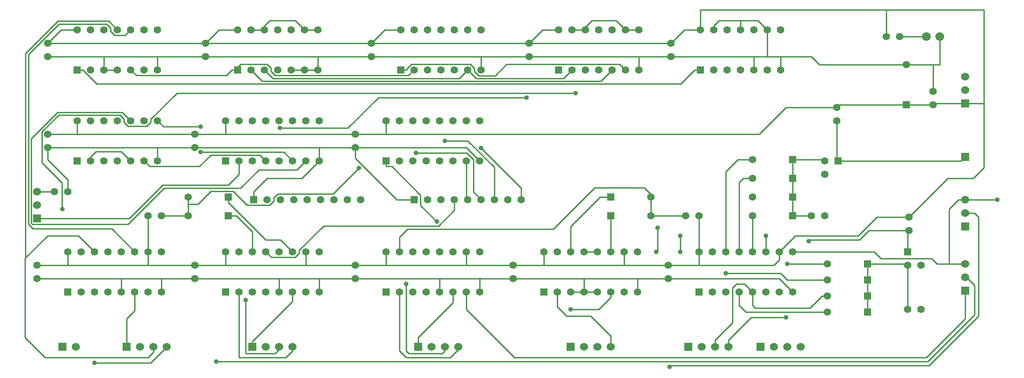
<source format=gtl>
G04 (created by PCBNEW (2013-jul-07)-stable) date Fri 23 Nov 2018 10:58:42 PM EST*
%MOIN*%
G04 Gerber Fmt 3.4, Leading zero omitted, Abs format*
%FSLAX34Y34*%
G01*
G70*
G90*
G04 APERTURE LIST*
%ADD10C,0.00590551*%
%ADD11R,0.055X0.055*%
%ADD12C,0.055*%
%ADD13R,0.06X0.06*%
%ADD14C,0.06*%
%ADD15C,0.066*%
%ADD16C,0.035*%
%ADD17C,0.01*%
G04 APERTURE END LIST*
G54D10*
G54D11*
X84500Y-46700D03*
G54D12*
X84500Y-47700D03*
X85500Y-47700D03*
G54D11*
X79300Y-39900D03*
G54D12*
X78300Y-39900D03*
X78300Y-40900D03*
G54D11*
X35600Y-42800D03*
G54D12*
X36600Y-42800D03*
X37600Y-42800D03*
X38600Y-42800D03*
X39600Y-42800D03*
X40600Y-42800D03*
X41600Y-42800D03*
X42600Y-42800D03*
X43600Y-42800D03*
G54D11*
X47600Y-42800D03*
G54D12*
X48600Y-42800D03*
X49600Y-42800D03*
X50600Y-42800D03*
X51600Y-42800D03*
X52600Y-42800D03*
X53600Y-42800D03*
X54600Y-42800D03*
X55600Y-42800D03*
X68900Y-44000D03*
X67900Y-44000D03*
X83900Y-30600D03*
X82900Y-30600D03*
X85500Y-51000D03*
X84500Y-51000D03*
X84600Y-45100D03*
X84600Y-44100D03*
X21700Y-42200D03*
X20700Y-42200D03*
X79200Y-36900D03*
X79200Y-35900D03*
X27700Y-44000D03*
X28700Y-44000D03*
X78300Y-44000D03*
X77300Y-44000D03*
G54D13*
X26100Y-53800D03*
G54D14*
X27100Y-53800D03*
X28100Y-53800D03*
X29100Y-53800D03*
G54D13*
X59300Y-53800D03*
G54D14*
X60300Y-53800D03*
X61300Y-53800D03*
X62300Y-53800D03*
G54D13*
X47900Y-53800D03*
G54D14*
X48900Y-53800D03*
X49900Y-53800D03*
X50900Y-53800D03*
G54D13*
X35500Y-53800D03*
G54D14*
X36500Y-53800D03*
X37500Y-53800D03*
X38500Y-53800D03*
G54D13*
X73500Y-53800D03*
G54D14*
X74500Y-53800D03*
X75500Y-53800D03*
X76500Y-53800D03*
G54D13*
X68100Y-53800D03*
G54D14*
X69100Y-53800D03*
X70100Y-53800D03*
X71100Y-53800D03*
G54D13*
X88800Y-49600D03*
G54D14*
X88800Y-48600D03*
X88800Y-47600D03*
G54D13*
X88800Y-35600D03*
G54D14*
X88800Y-34600D03*
X88800Y-33600D03*
G54D13*
X88800Y-44800D03*
G54D14*
X88800Y-43800D03*
X88800Y-42800D03*
G54D13*
X19400Y-44200D03*
G54D14*
X19400Y-43200D03*
X19400Y-42200D03*
G54D13*
X21300Y-53800D03*
G54D14*
X22300Y-53800D03*
G54D13*
X88800Y-39600D03*
G54D15*
X85900Y-30600D03*
X86900Y-30600D03*
G54D11*
X21700Y-49700D03*
G54D12*
X22700Y-49700D03*
X23700Y-49700D03*
X24700Y-49700D03*
X25700Y-49700D03*
X26700Y-49700D03*
X27700Y-49700D03*
X28700Y-49700D03*
X28700Y-46700D03*
X27700Y-46700D03*
X26700Y-46700D03*
X25700Y-46700D03*
X24700Y-46700D03*
X23700Y-46700D03*
X22700Y-46700D03*
X21700Y-46700D03*
G54D11*
X45500Y-49700D03*
G54D12*
X46500Y-49700D03*
X47500Y-49700D03*
X48500Y-49700D03*
X49500Y-49700D03*
X50500Y-49700D03*
X51500Y-49700D03*
X52500Y-49700D03*
X52500Y-46700D03*
X51500Y-46700D03*
X50500Y-46700D03*
X49500Y-46700D03*
X48500Y-46700D03*
X47500Y-46700D03*
X46500Y-46700D03*
X45500Y-46700D03*
G54D11*
X57300Y-49700D03*
G54D12*
X58300Y-49700D03*
X59300Y-49700D03*
X60300Y-49700D03*
X61300Y-49700D03*
X62300Y-49700D03*
X63300Y-49700D03*
X64300Y-49700D03*
X64300Y-46700D03*
X63300Y-46700D03*
X62300Y-46700D03*
X61300Y-46700D03*
X60300Y-46700D03*
X59300Y-46700D03*
X58300Y-46700D03*
X57300Y-46700D03*
G54D11*
X33500Y-49700D03*
G54D12*
X34500Y-49700D03*
X35500Y-49700D03*
X36500Y-49700D03*
X37500Y-49700D03*
X38500Y-49700D03*
X39500Y-49700D03*
X40500Y-49700D03*
X40500Y-46700D03*
X39500Y-46700D03*
X38500Y-46700D03*
X37500Y-46700D03*
X36500Y-46700D03*
X35500Y-46700D03*
X34500Y-46700D03*
X33500Y-46700D03*
G54D11*
X33500Y-39900D03*
G54D12*
X34500Y-39900D03*
X35500Y-39900D03*
X36500Y-39900D03*
X37500Y-39900D03*
X38500Y-39900D03*
X39500Y-39900D03*
X40500Y-39900D03*
X40500Y-36900D03*
X39500Y-36900D03*
X38500Y-36900D03*
X37500Y-36900D03*
X36500Y-36900D03*
X35500Y-36900D03*
X34500Y-36900D03*
X33500Y-36900D03*
G54D11*
X45500Y-39900D03*
G54D12*
X46500Y-39900D03*
X47500Y-39900D03*
X48500Y-39900D03*
X49500Y-39900D03*
X50500Y-39900D03*
X51500Y-39900D03*
X52500Y-39900D03*
X52500Y-36900D03*
X51500Y-36900D03*
X50500Y-36900D03*
X49500Y-36900D03*
X48500Y-36900D03*
X47500Y-36900D03*
X46500Y-36900D03*
X45500Y-36900D03*
G54D11*
X68900Y-49700D03*
G54D12*
X69900Y-49700D03*
X70900Y-49700D03*
X71900Y-49700D03*
X72900Y-49700D03*
X73900Y-49700D03*
X74900Y-49700D03*
X75900Y-49700D03*
X75900Y-46700D03*
X74900Y-46700D03*
X73900Y-46700D03*
X72900Y-46700D03*
X71900Y-46700D03*
X70900Y-46700D03*
X69900Y-46700D03*
X68900Y-46700D03*
G54D11*
X46600Y-33100D03*
G54D12*
X47600Y-33100D03*
X48600Y-33100D03*
X49600Y-33100D03*
X50600Y-33100D03*
X51600Y-33100D03*
X52600Y-33100D03*
X52600Y-30100D03*
X51600Y-30100D03*
X50600Y-30100D03*
X49600Y-30100D03*
X48600Y-30100D03*
X47600Y-30100D03*
X46600Y-30100D03*
G54D11*
X58400Y-33100D03*
G54D12*
X59400Y-33100D03*
X60400Y-33100D03*
X61400Y-33100D03*
X62400Y-33100D03*
X63400Y-33100D03*
X64400Y-33100D03*
X64400Y-30100D03*
X63400Y-30100D03*
X62400Y-30100D03*
X61400Y-30100D03*
X60400Y-30100D03*
X59400Y-30100D03*
X58400Y-30100D03*
G54D11*
X22400Y-33100D03*
G54D12*
X23400Y-33100D03*
X24400Y-33100D03*
X25400Y-33100D03*
X26400Y-33100D03*
X27400Y-33100D03*
X28400Y-33100D03*
X28400Y-30100D03*
X27400Y-30100D03*
X26400Y-30100D03*
X25400Y-30100D03*
X24400Y-30100D03*
X23400Y-30100D03*
X22400Y-30100D03*
G54D11*
X22400Y-39900D03*
G54D12*
X23400Y-39900D03*
X24400Y-39900D03*
X25400Y-39900D03*
X26400Y-39900D03*
X27400Y-39900D03*
X28400Y-39900D03*
X28400Y-36900D03*
X27400Y-36900D03*
X26400Y-36900D03*
X25400Y-36900D03*
X24400Y-36900D03*
X23400Y-36900D03*
X22400Y-36900D03*
G54D11*
X69000Y-33100D03*
G54D12*
X70000Y-33100D03*
X71000Y-33100D03*
X72000Y-33100D03*
X73000Y-33100D03*
X74000Y-33100D03*
X75000Y-33100D03*
X75000Y-30100D03*
X74000Y-30100D03*
X73000Y-30100D03*
X72000Y-30100D03*
X71000Y-30100D03*
X70000Y-30100D03*
X69000Y-30100D03*
G54D11*
X34400Y-33100D03*
G54D12*
X35400Y-33100D03*
X36400Y-33100D03*
X37400Y-33100D03*
X38400Y-33100D03*
X39400Y-33100D03*
X40400Y-33100D03*
X40400Y-30100D03*
X39400Y-30100D03*
X38400Y-30100D03*
X37400Y-30100D03*
X36400Y-30100D03*
X35400Y-30100D03*
X34400Y-30100D03*
G54D11*
X81500Y-48800D03*
G54D12*
X78500Y-48800D03*
G54D11*
X81500Y-50000D03*
G54D12*
X78500Y-50000D03*
G54D11*
X62300Y-44000D03*
G54D12*
X65300Y-44000D03*
G54D11*
X75900Y-39800D03*
G54D12*
X72900Y-39800D03*
G54D11*
X75900Y-41200D03*
G54D12*
X72900Y-41200D03*
G54D11*
X62300Y-42600D03*
G54D12*
X65300Y-42600D03*
G54D11*
X75900Y-44000D03*
G54D12*
X72900Y-44000D03*
G54D11*
X75900Y-42600D03*
G54D12*
X72900Y-42600D03*
G54D11*
X81500Y-51200D03*
G54D12*
X78500Y-51200D03*
G54D11*
X81500Y-47600D03*
G54D12*
X78500Y-47600D03*
G54D11*
X33700Y-44000D03*
G54D12*
X30700Y-44000D03*
G54D11*
X84400Y-35700D03*
G54D12*
X84400Y-32700D03*
G54D11*
X33700Y-42600D03*
G54D12*
X30700Y-42600D03*
X32000Y-31100D03*
X32000Y-32100D03*
X66600Y-47700D03*
X66600Y-48700D03*
X55000Y-47700D03*
X55000Y-48700D03*
X56200Y-31100D03*
X56200Y-32100D03*
X20200Y-31100D03*
X20200Y-32100D03*
X19400Y-47700D03*
X19400Y-48700D03*
X43200Y-37900D03*
X43200Y-38900D03*
X66800Y-31100D03*
X66800Y-32100D03*
X44400Y-31100D03*
X44400Y-32100D03*
X86400Y-35700D03*
X86400Y-34700D03*
X31200Y-47700D03*
X31200Y-48700D03*
X43200Y-47700D03*
X43200Y-48700D03*
X31200Y-37900D03*
X31200Y-38900D03*
X20200Y-37900D03*
X20200Y-38900D03*
G54D16*
X47000Y-49100D03*
X35000Y-50300D03*
X59655Y-34844D03*
X21291Y-43525D03*
X23700Y-55000D03*
X73900Y-45500D03*
X67500Y-46700D03*
X67500Y-45500D03*
X65800Y-44900D03*
X65700Y-46700D03*
X70900Y-48300D03*
X75400Y-51600D03*
X75500Y-47600D03*
X59300Y-51000D03*
X91200Y-42800D03*
X66700Y-55300D03*
X32800Y-54900D03*
X31637Y-37344D03*
X31637Y-39244D03*
X52598Y-38933D03*
X49882Y-38400D03*
X47738Y-39319D03*
X55981Y-35180D03*
X37548Y-37460D03*
X77100Y-45900D03*
X49280Y-44441D03*
X43457Y-40448D03*
G54D17*
X45500Y-36900D02*
X45500Y-37900D01*
X68900Y-44000D02*
X68900Y-46700D01*
X27700Y-46700D02*
X27700Y-44000D01*
X76100Y-45500D02*
X74900Y-46700D01*
X80800Y-45500D02*
X76100Y-45500D01*
X82200Y-44100D02*
X80800Y-45500D01*
X84600Y-44100D02*
X82200Y-44100D01*
X87500Y-41200D02*
X84600Y-44100D01*
X89400Y-41200D02*
X87500Y-41200D01*
X90200Y-40400D02*
X89400Y-41200D01*
X90200Y-35600D02*
X90200Y-40400D01*
X79400Y-35700D02*
X79200Y-35900D01*
X84400Y-35700D02*
X79400Y-35700D01*
X86400Y-35700D02*
X84400Y-35700D01*
X86500Y-35600D02*
X86400Y-35700D01*
X88800Y-35600D02*
X86500Y-35600D01*
X88800Y-35600D02*
X90200Y-35600D01*
X68900Y-46700D02*
X68900Y-47700D01*
X57300Y-46700D02*
X57300Y-47700D01*
X63300Y-46700D02*
X63300Y-47700D01*
X51500Y-46700D02*
X51500Y-47700D01*
X39500Y-46700D02*
X39500Y-47700D01*
X33500Y-46700D02*
X33500Y-47700D01*
X27700Y-46700D02*
X27700Y-47700D01*
X21700Y-46700D02*
X21700Y-47700D01*
X33500Y-36900D02*
X33500Y-37900D01*
X22400Y-36900D02*
X22400Y-37900D01*
X67800Y-30100D02*
X66800Y-31100D01*
X69000Y-30100D02*
X67800Y-30100D01*
X57200Y-30100D02*
X56200Y-31100D01*
X58400Y-30100D02*
X57200Y-30100D01*
X45400Y-30100D02*
X44400Y-31100D01*
X46600Y-30100D02*
X45400Y-30100D01*
X33000Y-30100D02*
X32000Y-31100D01*
X34400Y-30100D02*
X33000Y-30100D01*
X21200Y-30100D02*
X20200Y-31100D01*
X22400Y-30100D02*
X21200Y-30100D01*
X56200Y-31100D02*
X66800Y-31100D01*
X44400Y-31100D02*
X56200Y-31100D01*
X32000Y-31100D02*
X44400Y-31100D01*
X20200Y-31100D02*
X32000Y-31100D01*
X20200Y-37900D02*
X22400Y-37900D01*
X22400Y-37900D02*
X31200Y-37900D01*
X31200Y-37900D02*
X33500Y-37900D01*
X33500Y-37900D02*
X43200Y-37900D01*
X19400Y-47700D02*
X21700Y-47700D01*
X21700Y-47700D02*
X27700Y-47700D01*
X27700Y-47700D02*
X31200Y-47700D01*
X31200Y-47700D02*
X33500Y-47700D01*
X33500Y-47700D02*
X39500Y-47700D01*
X39500Y-47700D02*
X43200Y-47700D01*
X45500Y-46700D02*
X45500Y-47700D01*
X45500Y-47700D02*
X45600Y-47700D01*
X43200Y-47700D02*
X45500Y-47700D01*
X45500Y-47700D02*
X45600Y-47700D01*
X45600Y-47700D02*
X51500Y-47700D01*
X51500Y-47700D02*
X55000Y-47700D01*
X63300Y-47700D02*
X66600Y-47700D01*
X55000Y-47700D02*
X57300Y-47700D01*
X57300Y-47700D02*
X63300Y-47700D01*
X66600Y-47700D02*
X68900Y-47700D01*
X74900Y-47300D02*
X74900Y-46700D01*
X74500Y-47700D02*
X74900Y-47300D01*
X68900Y-47700D02*
X74500Y-47700D01*
X82900Y-30600D02*
X82900Y-28600D01*
X82900Y-28600D02*
X83000Y-28600D01*
X69000Y-28600D02*
X69000Y-30100D01*
X82900Y-28600D02*
X69000Y-28600D01*
X90200Y-28600D02*
X83000Y-28600D01*
X90200Y-35600D02*
X90200Y-28600D01*
X83000Y-28600D02*
X82900Y-28600D01*
X43200Y-37900D02*
X45500Y-37900D01*
X75400Y-35900D02*
X79200Y-35900D01*
X73400Y-37900D02*
X75400Y-35900D01*
X45500Y-37900D02*
X73400Y-37900D01*
X50500Y-50500D02*
X50500Y-49700D01*
X47900Y-53100D02*
X50500Y-50500D01*
X47900Y-53800D02*
X47900Y-53100D01*
X47000Y-54100D02*
X47000Y-49100D01*
X47200Y-54300D02*
X47000Y-54100D01*
X49700Y-54300D02*
X47200Y-54300D01*
X49900Y-54100D02*
X49700Y-54300D01*
X49900Y-53800D02*
X49900Y-54100D01*
X46500Y-54100D02*
X46500Y-49700D01*
X47000Y-54600D02*
X46500Y-54100D01*
X50300Y-54600D02*
X47000Y-54600D01*
X50900Y-54000D02*
X50300Y-54600D01*
X50900Y-53800D02*
X50900Y-54000D01*
X38500Y-50400D02*
X38500Y-49700D01*
X35500Y-53400D02*
X38500Y-50400D01*
X35500Y-53800D02*
X35500Y-53400D01*
X37600Y-45800D02*
X38500Y-46700D01*
X36500Y-45800D02*
X37600Y-45800D01*
X33700Y-43000D02*
X36500Y-45800D01*
X33700Y-42600D02*
X33700Y-43000D01*
X35500Y-45200D02*
X35500Y-46700D01*
X34300Y-44000D02*
X35500Y-45200D01*
X33700Y-44000D02*
X34300Y-44000D01*
X35000Y-54300D02*
X35000Y-50300D01*
X37200Y-54300D02*
X35000Y-54300D01*
X37500Y-54000D02*
X37200Y-54300D01*
X37500Y-53800D02*
X37500Y-54000D01*
X34500Y-54600D02*
X34500Y-49700D01*
X38000Y-54600D02*
X34500Y-54600D01*
X38500Y-54100D02*
X38000Y-54600D01*
X38500Y-53800D02*
X38500Y-54100D01*
X26700Y-51100D02*
X26700Y-49700D01*
X26100Y-51700D02*
X26700Y-51100D01*
X26100Y-53800D02*
X26100Y-51700D01*
X29844Y-34844D02*
X59655Y-34844D01*
X27900Y-36789D02*
X29844Y-34844D01*
X27900Y-37023D02*
X27900Y-36789D01*
X27595Y-37328D02*
X27900Y-37023D01*
X26200Y-37328D02*
X27595Y-37328D01*
X25900Y-37027D02*
X26200Y-37328D01*
X25900Y-36769D02*
X25900Y-37027D01*
X25602Y-36471D02*
X25900Y-36769D01*
X21012Y-36471D02*
X25602Y-36471D01*
X19763Y-37720D02*
X21012Y-36471D01*
X19763Y-40054D02*
X19763Y-37720D01*
X21270Y-41561D02*
X19763Y-40054D01*
X21270Y-43504D02*
X21270Y-41561D01*
X21291Y-43525D02*
X21270Y-43504D01*
X18500Y-47200D02*
X18574Y-47125D01*
X18500Y-53100D02*
X18500Y-47200D01*
X20000Y-54600D02*
X18500Y-53100D01*
X27700Y-54600D02*
X20000Y-54600D01*
X28100Y-54200D02*
X27700Y-54600D01*
X28100Y-53800D02*
X28100Y-54200D01*
X22500Y-45500D02*
X23700Y-46700D01*
X20200Y-45500D02*
X22500Y-45500D01*
X18574Y-47125D02*
X20200Y-45500D01*
X24755Y-29455D02*
X25400Y-30100D01*
X20946Y-29455D02*
X24755Y-29455D01*
X18531Y-31870D02*
X20946Y-29455D01*
X18531Y-47081D02*
X18531Y-31870D01*
X18574Y-47125D02*
X18531Y-47081D01*
X27900Y-55000D02*
X23700Y-55000D01*
X29100Y-53800D02*
X27900Y-55000D01*
X73900Y-46700D02*
X73900Y-45500D01*
X67500Y-46700D02*
X67500Y-45500D01*
X65800Y-46600D02*
X65800Y-44900D01*
X65700Y-46700D02*
X65800Y-46600D01*
X72900Y-44000D02*
X72900Y-46700D01*
X71900Y-41500D02*
X71900Y-46700D01*
X72200Y-41200D02*
X71900Y-41500D01*
X72900Y-41200D02*
X72200Y-41200D01*
X70900Y-40700D02*
X70900Y-46700D01*
X71800Y-39800D02*
X70900Y-40700D01*
X72900Y-39800D02*
X71800Y-39800D01*
X75000Y-48300D02*
X70900Y-48300D01*
X75500Y-48800D02*
X75000Y-48300D01*
X78500Y-48800D02*
X75500Y-48800D01*
X71900Y-50700D02*
X71900Y-49700D01*
X72400Y-51200D02*
X71900Y-50700D01*
X78500Y-51200D02*
X72400Y-51200D01*
X72300Y-49100D02*
X72900Y-49700D01*
X71700Y-49100D02*
X72300Y-49100D01*
X71400Y-49400D02*
X71700Y-49100D01*
X71400Y-52000D02*
X71400Y-49400D01*
X70100Y-53300D02*
X71400Y-52000D01*
X70100Y-53800D02*
X70100Y-53300D01*
X72900Y-50700D02*
X72900Y-49700D01*
X73100Y-50900D02*
X72900Y-50700D01*
X77200Y-50900D02*
X73100Y-50900D01*
X78100Y-50000D02*
X77200Y-50900D01*
X78500Y-50000D02*
X78100Y-50000D01*
X72800Y-51600D02*
X75400Y-51600D01*
X71100Y-53300D02*
X72800Y-51600D01*
X71100Y-53800D02*
X71100Y-53300D01*
X78500Y-47600D02*
X75500Y-47600D01*
X61400Y-51000D02*
X59300Y-51000D01*
X62300Y-50100D02*
X61400Y-51000D01*
X62300Y-49700D02*
X62300Y-50100D01*
X62300Y-44000D02*
X62300Y-46700D01*
X59300Y-44800D02*
X59300Y-46700D01*
X61500Y-42600D02*
X59300Y-44800D01*
X62300Y-42600D02*
X61500Y-42600D01*
X58300Y-50800D02*
X58300Y-49700D01*
X59000Y-51500D02*
X58300Y-50800D01*
X60800Y-51500D02*
X59000Y-51500D01*
X62300Y-53000D02*
X60800Y-51500D01*
X62300Y-53800D02*
X62300Y-53000D01*
X91200Y-42800D02*
X88800Y-42800D01*
X87600Y-43500D02*
X87600Y-47600D01*
X88300Y-42800D02*
X87600Y-43500D01*
X88800Y-42800D02*
X88300Y-42800D01*
X88800Y-47600D02*
X87600Y-47600D01*
X82000Y-46700D02*
X75900Y-46700D01*
X82500Y-47200D02*
X82000Y-46700D01*
X86300Y-47200D02*
X82500Y-47200D01*
X86700Y-47600D02*
X86300Y-47200D01*
X87600Y-47600D02*
X86700Y-47600D01*
X34500Y-40900D02*
X34500Y-39900D01*
X33700Y-41700D02*
X34500Y-40900D01*
X28800Y-41700D02*
X33700Y-41700D01*
X26300Y-44200D02*
X28800Y-41700D01*
X19400Y-44200D02*
X26300Y-44200D01*
X51500Y-51000D02*
X51500Y-49700D01*
X55100Y-54600D02*
X51500Y-51000D01*
X85900Y-54600D02*
X55100Y-54600D01*
X88800Y-51700D02*
X85900Y-54600D01*
X88800Y-49600D02*
X88800Y-51700D01*
X89500Y-43800D02*
X88800Y-43800D01*
X89800Y-44100D02*
X89500Y-43800D01*
X89800Y-51500D02*
X89800Y-44100D01*
X86100Y-55200D02*
X89800Y-51500D01*
X66800Y-55200D02*
X86100Y-55200D01*
X66700Y-55300D02*
X66800Y-55200D01*
X86000Y-54900D02*
X32800Y-54900D01*
X89500Y-51400D02*
X86000Y-54900D01*
X89500Y-49200D02*
X89500Y-51400D01*
X88900Y-48600D02*
X89500Y-49200D01*
X88800Y-48600D02*
X88900Y-48600D01*
X88500Y-39900D02*
X88800Y-39600D01*
X79300Y-39900D02*
X88500Y-39900D01*
X79200Y-39800D02*
X79300Y-39900D01*
X79200Y-36900D02*
X79200Y-39800D01*
X21700Y-41300D02*
X21700Y-42200D01*
X20200Y-39800D02*
X21700Y-41300D01*
X20200Y-38900D02*
X20200Y-39800D01*
X43200Y-39700D02*
X43200Y-38900D01*
X46300Y-42800D02*
X43200Y-39700D01*
X47600Y-42800D02*
X46300Y-42800D01*
X39200Y-41200D02*
X40500Y-39900D01*
X36600Y-41200D02*
X39200Y-41200D01*
X35600Y-42200D02*
X36600Y-41200D01*
X35600Y-42800D02*
X35600Y-42200D01*
X86400Y-34700D02*
X86400Y-32700D01*
X77300Y-32100D02*
X75000Y-32100D01*
X77900Y-32700D02*
X77300Y-32100D01*
X84400Y-32700D02*
X77900Y-32700D01*
X74900Y-48700D02*
X75900Y-49700D01*
X66600Y-48700D02*
X74900Y-48700D01*
X64300Y-49700D02*
X64300Y-48700D01*
X60300Y-46700D02*
X61300Y-46700D01*
X60300Y-49700D02*
X60300Y-48700D01*
X60300Y-49700D02*
X61300Y-49700D01*
X59300Y-49700D02*
X60300Y-49700D01*
X49500Y-49700D02*
X49500Y-48700D01*
X52500Y-49700D02*
X52500Y-48700D01*
X40500Y-49700D02*
X40500Y-48700D01*
X37500Y-49700D02*
X37500Y-48700D01*
X28700Y-49700D02*
X28700Y-48700D01*
X25700Y-49700D02*
X25700Y-48700D01*
X51500Y-38900D02*
X52500Y-39900D01*
X43200Y-38900D02*
X51500Y-38900D01*
X40500Y-39900D02*
X40500Y-38900D01*
X28400Y-39900D02*
X28400Y-38900D01*
X74000Y-30100D02*
X74000Y-32100D01*
X72000Y-30100D02*
X72000Y-29400D01*
X73000Y-33100D02*
X73000Y-32100D01*
X64400Y-33100D02*
X64400Y-32100D01*
X62700Y-29400D02*
X63400Y-30100D01*
X60900Y-29400D02*
X62700Y-29400D01*
X60400Y-29900D02*
X60900Y-29400D01*
X60400Y-30100D02*
X60400Y-29900D01*
X63400Y-30100D02*
X64400Y-30100D01*
X59400Y-30100D02*
X60400Y-30100D01*
X52600Y-33100D02*
X52600Y-32100D01*
X38700Y-29400D02*
X39400Y-30100D01*
X36800Y-29400D02*
X38700Y-29400D01*
X36400Y-29800D02*
X36800Y-29400D01*
X36400Y-30100D02*
X36400Y-29800D01*
X40400Y-33100D02*
X40400Y-32100D01*
X35400Y-30100D02*
X36400Y-30100D01*
X39400Y-30100D02*
X40400Y-30100D01*
X39400Y-33100D02*
X40400Y-33100D01*
X38400Y-33100D02*
X39400Y-33100D01*
X28400Y-33100D02*
X28400Y-32100D01*
X24400Y-33100D02*
X25400Y-33100D01*
X24400Y-33100D02*
X24400Y-32100D01*
X20200Y-32100D02*
X24400Y-32100D01*
X24400Y-32100D02*
X28400Y-32100D01*
X28400Y-32100D02*
X32000Y-32100D01*
X32000Y-32100D02*
X40400Y-32100D01*
X40400Y-32100D02*
X44400Y-32100D01*
X44400Y-32100D02*
X52600Y-32100D01*
X52600Y-32100D02*
X56200Y-32100D01*
X56200Y-32100D02*
X64400Y-32100D01*
X64400Y-32100D02*
X66800Y-32100D01*
X66800Y-32100D02*
X73000Y-32100D01*
X73000Y-32100D02*
X74000Y-32100D01*
X70400Y-29400D02*
X72000Y-29400D01*
X70000Y-29800D02*
X70400Y-29400D01*
X70000Y-30100D02*
X70000Y-29800D01*
X73300Y-29400D02*
X74000Y-30100D01*
X72000Y-29400D02*
X73300Y-29400D01*
X75000Y-33100D02*
X75000Y-32100D01*
X75000Y-32100D02*
X74000Y-32100D01*
X20200Y-38900D02*
X28400Y-38900D01*
X28400Y-38900D02*
X31200Y-38900D01*
X31200Y-38900D02*
X40500Y-38900D01*
X40500Y-38900D02*
X43200Y-38900D01*
X19400Y-48700D02*
X25700Y-48700D01*
X25700Y-48700D02*
X28700Y-48700D01*
X28700Y-48700D02*
X31200Y-48700D01*
X31200Y-48700D02*
X37500Y-48700D01*
X37500Y-48700D02*
X40500Y-48700D01*
X40500Y-48700D02*
X43200Y-48700D01*
X52500Y-48700D02*
X55000Y-48700D01*
X43200Y-48700D02*
X49500Y-48700D01*
X49500Y-48700D02*
X52500Y-48700D01*
X55000Y-48700D02*
X60300Y-48700D01*
X60300Y-48700D02*
X64300Y-48700D01*
X64300Y-48700D02*
X66600Y-48700D01*
X86900Y-32700D02*
X86400Y-32700D01*
X86900Y-30600D02*
X86900Y-32700D01*
X86400Y-32700D02*
X84400Y-32700D01*
X38832Y-40567D02*
X39500Y-39900D01*
X35992Y-40567D02*
X38832Y-40567D01*
X34598Y-41960D02*
X35992Y-40567D01*
X28880Y-41960D02*
X34598Y-41960D01*
X26186Y-44654D02*
X28880Y-41960D01*
X19041Y-44654D02*
X26186Y-44654D01*
X18949Y-44562D02*
X19041Y-44654D01*
X18949Y-38250D02*
X18949Y-44562D01*
X20929Y-36271D02*
X18949Y-38250D01*
X25771Y-36271D02*
X20929Y-36271D01*
X26400Y-36900D02*
X25771Y-36271D01*
X37844Y-39244D02*
X31637Y-39244D01*
X38500Y-39900D02*
X37844Y-39244D01*
X28844Y-37344D02*
X31637Y-37344D01*
X28400Y-36900D02*
X28844Y-37344D01*
X55600Y-41935D02*
X52598Y-38933D01*
X55600Y-42800D02*
X55600Y-41935D01*
X53600Y-40398D02*
X53600Y-42800D01*
X51601Y-38400D02*
X53600Y-40398D01*
X49882Y-38400D02*
X51601Y-38400D01*
X52025Y-42225D02*
X52600Y-42800D01*
X52025Y-39823D02*
X52025Y-42225D01*
X51520Y-39319D02*
X52025Y-39823D01*
X47738Y-39319D02*
X51520Y-39319D01*
X51500Y-42700D02*
X51600Y-42800D01*
X51500Y-39900D02*
X51500Y-42700D01*
X50600Y-43582D02*
X50600Y-42800D01*
X49415Y-44766D02*
X50600Y-43582D01*
X40825Y-44766D02*
X49415Y-44766D01*
X39000Y-46592D02*
X40825Y-44766D01*
X39000Y-46820D02*
X39000Y-46592D01*
X38694Y-47126D02*
X39000Y-46820D01*
X36926Y-47126D02*
X38694Y-47126D01*
X36500Y-46700D02*
X36926Y-47126D01*
X36072Y-39472D02*
X36500Y-39900D01*
X32402Y-39472D02*
X36072Y-39472D01*
X31543Y-40331D02*
X32402Y-39472D01*
X27831Y-40331D02*
X31543Y-40331D01*
X27400Y-39900D02*
X27831Y-40331D01*
X69000Y-33100D02*
X68574Y-33100D01*
X22400Y-33100D02*
X22825Y-33100D01*
X67522Y-34152D02*
X68574Y-33100D01*
X23851Y-34152D02*
X67522Y-34152D01*
X22825Y-33126D02*
X23851Y-34152D01*
X22825Y-33100D02*
X22825Y-33126D01*
X47025Y-33046D02*
X47025Y-33100D01*
X47397Y-32674D02*
X47025Y-33046D01*
X51803Y-32674D02*
X47397Y-32674D01*
X52100Y-32971D02*
X51803Y-32674D01*
X52100Y-33201D02*
X52100Y-32971D01*
X52431Y-33532D02*
X52100Y-33201D01*
X53647Y-33532D02*
X52431Y-33532D01*
X54506Y-32674D02*
X53647Y-33532D01*
X62974Y-32674D02*
X54506Y-32674D01*
X63400Y-33100D02*
X62974Y-32674D01*
X46600Y-33100D02*
X47025Y-33100D01*
X25700Y-39200D02*
X26400Y-39900D01*
X23800Y-39200D02*
X25700Y-39200D01*
X23400Y-39600D02*
X23800Y-39200D01*
X23400Y-39900D02*
X23400Y-39600D01*
X42639Y-37460D02*
X37548Y-37460D01*
X44919Y-35180D02*
X42639Y-37460D01*
X55981Y-35180D02*
X44919Y-35180D01*
X50966Y-33733D02*
X51600Y-33100D01*
X37033Y-33733D02*
X50966Y-33733D01*
X36400Y-33100D02*
X37033Y-33733D01*
X58766Y-33733D02*
X59400Y-33100D01*
X52233Y-33733D02*
X58766Y-33733D01*
X51600Y-33100D02*
X52233Y-33733D01*
X24979Y-44979D02*
X26700Y-46700D01*
X19083Y-44979D02*
X24979Y-44979D01*
X18749Y-44645D02*
X19083Y-44979D01*
X18749Y-31941D02*
X18749Y-44645D01*
X21018Y-29672D02*
X18749Y-31941D01*
X24597Y-29672D02*
X21018Y-29672D01*
X24900Y-29974D02*
X24597Y-29672D01*
X24900Y-30227D02*
X24900Y-29974D01*
X25200Y-30528D02*
X24900Y-30227D01*
X25971Y-30528D02*
X25200Y-30528D01*
X26400Y-30100D02*
X25971Y-30528D01*
X36242Y-33942D02*
X35400Y-33100D01*
X61557Y-33942D02*
X36242Y-33942D01*
X62400Y-33100D02*
X61557Y-33942D01*
X26825Y-33525D02*
X26400Y-33100D01*
X33549Y-33525D02*
X26825Y-33525D01*
X33974Y-33100D02*
X33549Y-33525D01*
X34400Y-33100D02*
X34187Y-33100D01*
X34187Y-33100D02*
X33974Y-33100D01*
X47174Y-33525D02*
X47600Y-33100D01*
X37194Y-33525D02*
X47174Y-33525D01*
X36900Y-33230D02*
X37194Y-33525D01*
X36900Y-32972D02*
X36900Y-33230D01*
X36599Y-32671D02*
X36900Y-32972D01*
X34615Y-32671D02*
X36599Y-32671D01*
X34187Y-33100D02*
X34615Y-32671D01*
X65300Y-44000D02*
X67900Y-44000D01*
X65300Y-42600D02*
X65300Y-44000D01*
X46500Y-45600D02*
X46500Y-46700D01*
X47100Y-45000D02*
X46500Y-45600D01*
X58000Y-45000D02*
X47100Y-45000D01*
X61100Y-41900D02*
X58000Y-45000D01*
X64800Y-41900D02*
X61100Y-41900D01*
X65300Y-42400D02*
X64800Y-41900D01*
X65300Y-42600D02*
X65300Y-42400D01*
X78200Y-39800D02*
X78300Y-39900D01*
X75900Y-39800D02*
X78200Y-39800D01*
X75900Y-44000D02*
X77300Y-44000D01*
X75900Y-39800D02*
X75900Y-41200D01*
X75900Y-44000D02*
X75900Y-42600D01*
X75900Y-42600D02*
X75900Y-41200D01*
X84400Y-47600D02*
X84500Y-47700D01*
X81500Y-47600D02*
X84400Y-47600D01*
X81500Y-50000D02*
X81500Y-51200D01*
X81500Y-48800D02*
X81500Y-50000D01*
X84500Y-51000D02*
X84500Y-47700D01*
X81500Y-47600D02*
X81500Y-48800D01*
X77200Y-45800D02*
X77100Y-45900D01*
X80900Y-45800D02*
X77200Y-45800D01*
X81600Y-45100D02*
X80900Y-45800D01*
X84600Y-45100D02*
X81600Y-45100D01*
X84500Y-45200D02*
X84600Y-45100D01*
X84500Y-46700D02*
X84500Y-45200D01*
X83900Y-30600D02*
X85900Y-30600D01*
X19400Y-42200D02*
X20700Y-42200D01*
X45500Y-39900D02*
X45500Y-40325D01*
X48072Y-43233D02*
X49280Y-44441D01*
X48072Y-42472D02*
X48072Y-43233D01*
X45925Y-40325D02*
X48072Y-42472D01*
X45500Y-40325D02*
X45925Y-40325D01*
X28700Y-44000D02*
X30700Y-44000D01*
X30700Y-42600D02*
X30700Y-43137D01*
X30700Y-43137D02*
X30700Y-44000D01*
X41530Y-42374D02*
X43457Y-40448D01*
X37399Y-42374D02*
X41530Y-42374D01*
X37100Y-42674D02*
X37399Y-42374D01*
X37100Y-42918D02*
X37100Y-42674D01*
X36792Y-43225D02*
X37100Y-42918D01*
X35097Y-43225D02*
X36792Y-43225D01*
X34046Y-42174D02*
X35097Y-43225D01*
X32381Y-42174D02*
X34046Y-42174D01*
X31418Y-43137D02*
X32381Y-42174D01*
X30700Y-43137D02*
X31418Y-43137D01*
M02*

</source>
